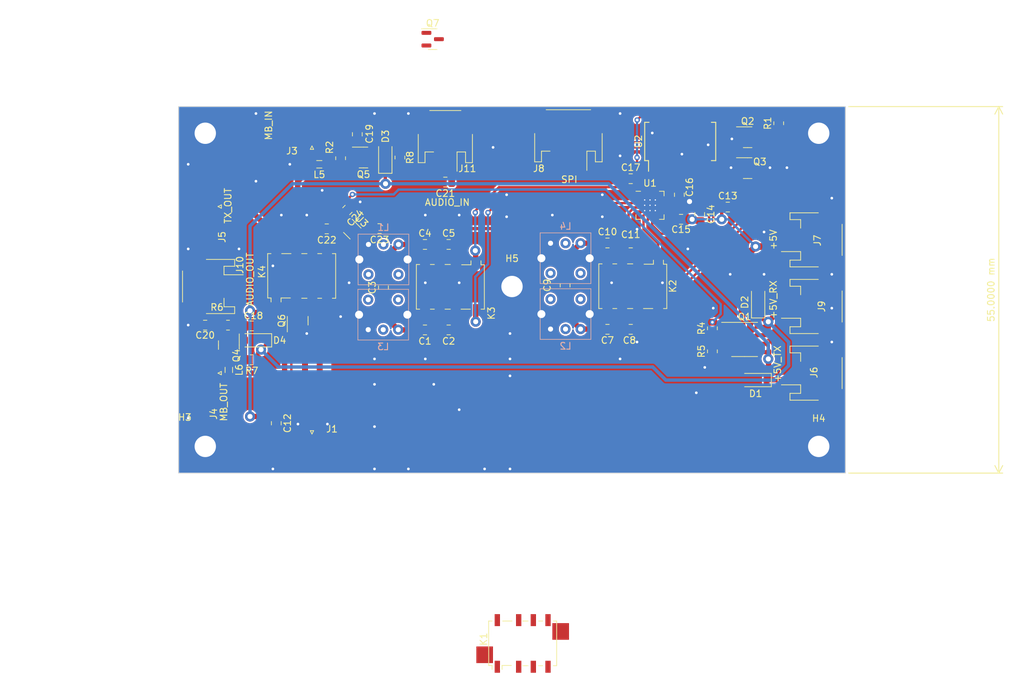
<source format=kicad_pcb>
(kicad_pcb (version 20221018) (generator pcbnew)
  (layers (0 "F.Cu" signal) (31 "B.Cu" signal) (34 "B.Paste" user) (35 "F.Paste" user) (36 "B.SilkS" user "B.Silkscreen") (37 "F.SilkS" user "F.Silkscreen") (38 "B.Mask" user) (39 "F.Mask" user) (44 "Edge.Cuts" user))
  (net 0 "")
  (net 1 "Net-(C1-Pad1)")
  (net 2 "Net-(C1-Pad2)")
  (net 3 "Earth")
  (net 4 "Net-(C3-Pad2)")
  (net 5 "Net-(C4-Pad2)")
  (net 6 "+5V_TX")
  (net 7 "Net-(C7-Pad1)")
  (net 8 "Net-(C7-Pad2)")
  (net 9 "Net-(C10-Pad1)")
  (net 10 "Net-(C10-Pad2)")
  (net 11 "+5V")
  (net 12 "Net-(U1-VCP)")
  (net 13 "Net-(U1-VINT)")
  (net 14 "Net-(U1-nSLEEP)")
  (net 15 "Net-(D4-A)")
  (net 16 "Net-(D3-A)")
  (net 17 "+5V_RX")
  (net 18 "/TX_OUT")
  (net 19 "/MB_IN")
  (net 20 "/MB_OUT")
  (net 21 "Net-(K1-Pad2)")
  (net 22 "Net-(Q1A-G1)")
  (net 23 "Net-(Q1B-G2)")
  (net 24 "Net-(Q2-G)")
  (net 25 "Net-(Q3-G)")
  (net 26 "Net-(Q4-D)")
  (net 27 "Net-(Q5-S)")
  (net 28 "/S10M")
  (net 29 "/BPF_IN")
  (net 30 "/R10M")
  (net 32 "Net-(C22-Pad1)")
  (net 33 "Net-(C22-Pad2)")
  (net 34 "Net-(C23-Pad2)")
  (net 35 "/S_10M")
  (net 36 "/S80M")
  (net 41 "SCL")
  (net 42 "SDA")
  (net 46 "Net-(K1-Pad3)")
  (net 52 "/ANT_RX_P")
  (net 53 "Net-(C23-Pad1)")
  (net 54 "/R80M")
  (net 55 "Net-(K1-Pad6)")
  (net 56 "/A_OUT")
  (net 57 "/A_IN")
  (net 59 "/R_10M")
  (net 60 "/R_80M")
  (net 61 "/S_80M")
  (net 62 "Net-(Q7-D)")
  (net 63 "PREAMP")
  (footprint "Package_TO_SOT_SMD:SOT-363_SC-70-6" (layer "F.Cu") (at 116.05 83.56 -45)
    (fp_text reference "U3")
    (fp_text value "BGA2866")
  )
  (footprint "Capacitor_SMD:C_0805_2012Metric" (layer "F.Cu") (at 126.945 98.516)
    (fp_text reference "C1")
    (fp_text value "180p")
  )
  (footprint "Connector_JST:JST_PH_S3B-PH-SM4-TB_1x03-1MP_P2.00mm_Horizontal" (layer "F.Cu") (at 148.463 69.977 180)
    (fp_text reference "J8")
    (fp_text value "SPI")
  )
  (footprint "Package_TO_SOT_SMD:SOT-23" (layer "F.Cu") (at 97.536 100.7895 -90)
    (fp_text reference "Q4")
    (fp_text value "BSS138")
  )
  (footprint "Capacitor_SMD:C_0805_2012Metric" (layer "F.Cu") (at 172.36 80.08)
    (fp_text reference "C13")
    (fp_text value "104")
  )
  (footprint "MountingHole:MountingHole_3.2mm_M3_Pad" (layer "F.Cu") (at 94 116)
    (fp_text reference "H3")
    (fp_text value "MH")
  )
  (footprint "Capacitor_SMD:C_0805_2012Metric" (layer "F.Cu") (at 130 76.327)
    (fp_text reference "C21")
    (fp_text value "103")
  )
  (footprint "Connector_JST:JST_PH_S2B-PH-SM4-TB_1x02-1MP_P2.00mm_Horizontal" (layer "F.Cu") (at 185 105 90)
    (fp_text reference "J6")
    (fp_text value "+5V_TX")
  )
  (footprint "Package_TO_SOT_SMD:SOT-23" (layer "F.Cu") (at 175.3385 74.234)
    (fp_text reference "Q3")
    (fp_text value "BSS138")
  )
  (footprint "MountingHole:MountingHole_3.2mm_M3_Pad" (layer "F.Cu") (at 186 116)
    (fp_text reference "H4")
    (fp_text value "MH")
  )
  (footprint "Package_TO_SOT_SMD:SOT-23" (layer "F.Cu") (at 117.729 72.644)
    (fp_text reference "Q5")
    (fp_text value "BSS138")
  )
  (footprint "Connector_JST:JST_PH_S2B-PH-SM4-TB_1x02-1MP_P2.00mm_Horizontal" (layer "F.Cu") (at 130 70.104 180)
    (fp_text reference "J11")
    (fp_text value "AUDIO_IN")
  )
  (footprint "Connector_JST:JST_PH_S2B-PH-SM4-TB_1x02-1MP_P2.00mm_Horizontal" (layer "F.Cu") (at 95.1 92 -90)
    (fp_text reference "J10")
    (fp_text value "AUDIO_OUT")
  )
  (footprint "Resistor_SMD:R_0805_2012Metric" (layer "F.Cu") (at 100.965 102.997)
    (fp_text reference "R7")
    (fp_text value "103")
  )
  (footprint "PhilsFootprintLibrary:Relay_DPDT_Omron_G6K-2F-RF" (layer "F.Cu") (at 108.458 90.424 90)
    (fp_text reference "K4")
    (fp_text value "G6K-2F-RF")
  )
  (footprint "Connector_Coaxial:SMA_Amphenol_132289_EdgeMount" (layer "F.Cu") (at 92.7 105 180)
    (fp_text reference "J4")
    (fp_text value "MB_OUT")
  )
  (footprint "Capacitor_SMD:C_0805_2012Metric" (layer "F.Cu") (at 130.501 85.689)
    (fp_text reference "C5")
    (fp_text value "820p")
  )
  (footprint "Capacitor_SMD:C_0805_2012Metric" (layer "F.Cu") (at 120.14 83.31 180)
    (fp_text reference "C23")
    (fp_text value "103")
  )
  (footprint "Capacitor_SMD:C_0805_2012Metric" (layer "F.Cu") (at 157.805 85.471)
    (fp_text reference "C11")
    (fp_text value "100p")
  )
  (footprint "Relay_SMD:Relay_DPDT_Omron_G6K-2F-Y" (layer "F.Cu") (at 158.115 91.948 -90)
    (fp_text reference "K2")
    (fp_text value "G6KU-2")
  )
  (footprint "Capacitor_SMD:C_0805_2012Metric" (layer "F.Cu") (at 112.22 83.35 180)
    (fp_text reference "C22")
    (fp_text value "103")
  )
  (footprint "Diode_SMD:D_SOD-123" (layer "F.Cu") (at 176.911 94.361 90)
    (fp_text reference "D2")
    (fp_text value "1N4148W")
  )
  (footprint "Diode_SMD:D_SOD-123" (layer "F.Cu") (at 176.53 106.045 180)
    (fp_text reference "D1")
    (fp_text value "1N4148W")
  )
  (footprint "Capacitor_SMD:C_0805_2012Metric" (layer "F.Cu") (at 126.945 85.689)
    (fp_text reference "C4")
    (fp_text value "180p")
  )
  (footprint "Connector_Coaxial:SMA_Amphenol_132289_EdgeMount" (layer "F.Cu") (at 110 67.7 90)
    (fp_text reference "J3")
    (fp_text value "MB_IN")
  )
  (footprint "Package_SO:SSOP-28_5.3x10.2mm_P0.65mm" (layer "F.Cu") (at 165.227 70.231 90)
    (fp_text reference "U2")
    (fp_text value "MCP23017_SS")
  )
  (footprint "Inductor_SMD:L_0805_2012Metric" (layer "F.Cu") (at 111.1 73.66 180)
    (fp_text reference "L5")
    (fp_text value "100uHn")
  )
  (footprint "Capacitor_SMD:C_0805_2012Metric" (layer "F.Cu") (at 168.148 81.153 -90)
    (fp_text reference "C14")
    (fp_text value "104")
  )
  (footprint "Capacitor_SMD:C_0805_2012Metric" (layer "F.Cu") (at 100.965 97.917)
    (fp_text reference "C18")
    (fp_text value "104")
  )
  (footprint "Capacitor_SMD:C_0805_2012Metric" (layer "F.Cu") (at 154.315 85.471)
    (fp_text reference "C10")
    (fp_text value "27p")
  )
  (footprint "Resistor_SMD:R_0805_2012Metric" (layer "F.Cu") (at 97.409 97.8)
    (fp_text reference "R6")
    (fp_text value "103")
  )
  (footprint "Capacitor_SMD:C_0805_2012Metric" (layer "F.Cu") (at 130.501 98.516)
    (fp_text reference "C2")
    (fp_text value "820p")
  )
  (footprint "MountingHole:MountingHole_3.2mm_M3_Pad" (layer "F.Cu") (at 140 92)
    (fp_text reference "H5")
    (fp_text value "MH")
  )
  (footprint "Capacitor_SMD:C_0805_2012Metric" (layer "F.Cu") (at 154.315 98.425)
    (fp_text reference "C7")
    (fp_text value "27p")
  )
  (footprint "Capacitor_SMD:C_0805_2012Metric" (layer "F.Cu") (at 157.805 98.425)
    (fp_text reference "C8")
    (fp_text value "100p")
  )
  (footprint "Connector_JST:JST_PH_S2B-PH-SM4-TB_1x02-1MP_P2.00mm_Horizontal" (layer "F.Cu") (at 185 95 90)
    (fp_text reference "J9")
    (fp_text value "+5V_RX")
  )
  (footprint "Capacitor_SMD:C_0805_2012Metric" (layer "F.Cu") (at 147.965 91.821 90)
    (fp_text reference "C9")
    (fp_text value "2.7p")
  )
  (footprint "Capacitor_SMD:C_0805_2012Metric" (layer "F.Cu") (at 115.316 80.518 -135)
    (fp_text reference "C24")
    (fp_text value "104")
  )
  (footprint "Package_TO_SOT_SMD:SOT-23" (layer "F.Cu") (at 128.1025 54.88)
    (fp_text reference "Q7")
    (fp_text value "BSS138")
  )
  (footprint "Capacitor_SMD:C_0805_2012Metric" (layer "F.Cu") (at 120.722 92.166 90)
    (fp_text reference "C3")
    (fp_text value "8p")
  )
  (footprint "Diode_SMD:D_SOD-123" (layer "F.Cu") (at 121 72.644 90)
    (fp_text reference "D3")
    (fp_text value "1N4148W")
  )
  (footprint "Capacitor_SMD:C_0805_2012Metric" (layer "F.Cu") (at 165.354 81.915)
    (fp_text reference "C15")
    (fp_text value "104")
  )
  (footprint "Relay_SMD:Relay_DPDT_Omron_G6K-2F-Y" (layer "F.Cu") (at 130.755 92.039 -90)
    (fp_text reference "K3")
    (fp_text value "G6KU-2")
  )
  (footprint "Resistor_SMD:R_0805_2012Metric" (layer "F.Cu") (at 123.19 72.644 90)
    (fp_text reference "R8")
    (fp_text value "103")
  )
  (footprint "Package_DFN_QFN:Texas_S-PWQFN-N16_EP2.1x2.1mm_ThermalVias" (layer "F.Cu") (at 160.6975 79.812)
    (fp_text reference "U1")
    (fp_text value "DRV8833RTY")
  )
  (footprint "Capacitor_SMD:C_0805_2012Metric" (layer "F.Cu") (at 157.8 75.819)
    (fp_text reference "C17")
    (fp_text value "104")
  )
  (footprint "Capacitor_SMD:C_0805_2012Metric" (layer "F.Cu") (at 104.648 112.522 -90)
    (fp_text reference "C12")
    (fp_text value "104")
  )
  (footprint "Connector_JST:JST_PH_S2B-PH-SM4-TB_1x02-1MP_P2.00mm_Horizontal" (layer "F.Cu") (at 185 85 90)
    (fp_text reference "J7")
    (fp_text value "+5V")
  )
  (footprint "MountingHole:MountingHole_3.2mm_M3_Pad" (layer "F.Cu") (at 186 69)
    (fp_text reference "H2" hide)
    (fp_text value "MH")
  )
  (footprint "Resistor_SMD:R_0805_2012Metric" (layer "F.Cu") (at 170.053 98.2745 -90)
    (fp_text reference "R4")
    (fp_text value "103")
  )
  (footprint "Connector_Coaxial:SMA_Amphenol_132289_EdgeMount" (layer "F.Cu") (at 92.7 80 180)
    (fp_text reference "J5")
    (fp_text value "TX_OUT")
  )
  (footprint "Package_SO:SOIC-8_3.9x4.9mm_P1.27mm" (layer "F.Cu") (at 174.879 99.949)
    (fp_text reference "Q1")
    (fp_text value "IRF7324")
  )
  (footprint "Resistor_SMD:R_0805_2012Metric" (layer "F.Cu") (at 170.053 101.727 -90)
    (fp_text reference "R5")
    (fp_text value "103")
  )
  (footprint "PhilsFootprintLibrary:Relay_DPDT_Omron_G6K-2F-RF" (layer "F.Cu") (at 141.6 145.57 90)
    (fp_text reference "K1")
    (fp_text value "G6K-2F-RF")
  )
  (footprint "Resistor_SMD:R_0805_2012Metric" (layer "F.Cu") (at 180 67.5 90)
    (fp_text reference "R1")
    (fp_text value "103")
  )
  (footprint "Capacitor_SMD:C_0805_2012Metric" (layer "F.Cu") (at 165.1 78.232 90)
    (fp_text reference "C16")
    (fp_text value "106")
  )
  (footprint "Package_TO_SOT_SMD:SOT-23" (layer "F.Cu") (at 107.86 97.137501 90)
    (fp_text reference "Q6")
    (fp_text value "BSS138")
  )
  (footprint "Connector_Coaxial:SMA_Amphenol_132289_EdgeMount" (layer "F.Cu") (at 110 117.348 -90)
    (fp_text reference "J1")
    (fp_text value "RX_IN")
  )
  (footprint "Resistor_SMD:R_0805_2012Metric" (layer "F.Cu") (at 114.3 72.7475 90)
    (fp_text reference "R2")
    (fp_text value "103")
  )
  (footprint "Inductor_SMD:L_0805_2012Metric" (layer "F.Cu") (at 97.536 104.521 -90)
    (fp_text reference "L6")
    (fp_text value "100uHn")
  )
  (footprint "MountingHole:MountingHole_3.2mm_M3_Pad" (layer "F.Cu") (at 94 69)
    (fp_text reference "H1" hide)
    (fp_text value "MH")
  )
  (footprint "Package_TO_SOT_SMD:SOT-23" (layer "F.Cu") (at 175.3385 69.596)
    (fp_text reference "Q2")
    (fp_text value "BSS138")
  )
  (footprint "Diode_SMD:D_SOD-123" (layer "F.Cu") (at 101.6 100.076 180)
    (fp_text reference "D4")
    (fp_text value "1N4148W")
  )
  (footprint "Capacitor_SMD:C_0805_2012Metric" (layer "F.Cu") (at 116.8 69.154 90)
    (fp_text reference "C19")
    (fp_text value "104")
  )
  (footprint "Capacitor_SMD:C_0805_2012Metric" (layer "F.Cu") (at 93.98 97.8 180)
    (fp_text reference "C20")
    (fp_text value "103")
  )
  (footprint "PhilsFootprintLibrary:L_Coilcraft_Slot7_1_3" (layer "B.Cu") (at 120.722 87.939 180)
    (fp_text reference "L1")
    (fp_text value "10uHn")
  )
  (footprint "PhilsFootprintLibrary:L_Coilcraft_Slot7_1_3" (layer "B.Cu") (at 120.686 96.23)
    (fp_text reference "L3")
    (fp_text value "10uHn")
  )
  (footprint "PhilsFootprintLibrary:L_Coilcraft_Slot7_1_3" (layer "B.Cu") (at 148.028 96.139)
    (fp_text reference "L2")
    (fp_text value "1uHn")
  )
  (footprint "PhilsFootprintLibrary:L_Coilcraft_Slot7_1_3" (layer "B.Cu") (at 148.028 87.757 180)
    (fp_text reference "L4")
    (fp_text value "1uHn")
  )
  (gr_line (start 190 120) (end 90 120) (stroke (width 0.1)) (layer "Edge.Cuts"))
  (gr_line locked (start 90 65) (end 190 65) (stroke (width 0.1)) (layer "Edge.Cuts"))
  (gr_line (start 190 65) (end 190 120) (stroke (width 0.1)) (layer "Edge.Cuts"))
  (gr_line (start 90 120) (end 90 65) (stroke (width 0.1)) (layer "Edge.Cuts"))
  (dimension (type aligned) (layer "F.SilkS") (pts (xy 190 65) (xy 190 120)) (height -23) (gr_text "55.0000 mm" (at 211.85 92.5 90) (layer "F.SilkS") (effects (font (size 1 1) (thickness 0.15)))) (format (prefix "") (suffix "") (units 3) (units_format 1) (precision 4)) (style (thickness 0.15) (arrow_length 1.27) (text_position_mode 0) (extension_height 0.58642) (extension_offset 0.5) keep_text_aligned))
  (segment (start 125.995 98.516) (end 122.972 98.516) (width 0.8) (layer "F.Cu") (net 1))
  (segment (start 122.972 98.516) (end 122.936 98.48) (width 0.8) (layer "F.Cu") (net 1))
  (segment (start 120.722 96.266) (end 120.722 93.116) (width 0.8) (layer "F.Cu") (net 1))
  (segment (start 122.936 98.48) (end 120.722 96.266) (width 0.8) (layer "F.Cu") (net 1))
  (segment (start 129.155 95.539) (end 129.155 98.12) (width 0.8) (layer "F.Cu") (net 2))
  (segment (start 129.155 98.12) (end 129.551 98.516) (width 0.8) (layer "F.Cu") (net 2))
  (segment (start 127.895 98.516) (end 129.551 98.516) (width 0.8) (layer "F.Cu") (net 2))
  (segment (start 158.755 85.471) (end 158.755 98.425) (width 0.8) (layer "F.Cu") (net 3))
  (segment (start 159.7225 78.837) (end 159.8975 79.012) (width 0.35) (layer "F.Cu") (net 3))
  (segment (start 164.795 79.487) (end 164.973 79.309) (width 0.35) (layer "F.Cu") (net 3))
  (segment (start 158.835 80.787) (end 159.7225 80.787) (width 0.35) (layer "F.Cu") (net 3))
  (segment (start 161.0225 79.487) (end 160.6975 79.812) (width 0.35) (layer "F.Cu") (net 3))
  (segment (start 166.558 79.182) (end 166.624 79.248) (width 0.35) (layer "F.Cu") (net 3))
  (segment (start 162.56 79.487) (end 161.0225 79.487) (width 0.35) (layer "F.Cu") (net 3))
  (segment (start 158.835 78.837) (end 159.7225 78.837) (width 0.35) (layer "F.Cu") (net 3))
  (segment (start 159.7225 80.787) (end 159.8975 80.612) (width 0.35) (layer "F.Cu") (net 3))
  (segment (start 165.1 79.182) (end 166.558 79.182) (width 0.35) (layer "F.Cu") (net 3))
  (via (at 135.89 119.38) (size 0.8) (drill 0.4) (layers "F.Cu" "B.Cu") (net 3))
  (via (at 187.96 100.33) (size 0.8) (drill 0.4) (layers "F.Cu" "B.Cu") (net 3))
  (via (at 172.847 74.168) (size 0.8) (drill 0.4) (layers "F.Cu" "B.Cu") (net 3))
  (via (at 104.14 88.9) (size 0.8) (drill 0.4) (layers "F.Cu" "B.Cu") (net 3))
  (via (at 154.94 91.44) (size 0.8) (drill 0.4) (layers "F.Cu" "B.Cu") (net 3))
  (via (at 177.8 90.17) (size 0.8) (drill 0.4) (layers "F.Cu" "B.Cu") (net 3))
  (via (at 139.7 102.87) (size 0.8) (drill 0.4) (layers "F.Cu" "B.Cu") (net 3))
  (via (at 105.41 81.28) (size 0.8) (drill 0.4) (layers "F.Cu" "B.Cu") (net 3))
  (via (at 119.38 113.03) (size 0.8) (drill 0.4) (layers "F.Cu" "B.Cu") (net 3))
  (via (at 156.21 102.87) (size 0.8) (drill 0.4) (layers "F.Cu" "B.Cu") (net 3))
  (via (at 161.036 68.961) (size 0.8) (drill 0.4) (layers "F.Cu" "B.Cu") (net 3))
  (via (at 109.22 81.28) (size 0.8) (drill 0.4) (layers "F.Cu" "B.Cu") (net 3))
  (via (at 132.08 91.44) (size 0.8) (drill 0.4) (layers "F.Cu" "B.Cu") (net 3))
  (via (at 124.46 66.04) (size 0.8) (drill 0.4) (layers "F.Cu" "B.Cu") (net 3))
  (via (at 177.8 83.82) (size 0.8) (drill 0.4) (layers "F.Cu" "B.Cu") (net 3))
  (via (at 132.08 110.49) (size 0.8) (drill 0.4) (layers "F.Cu" "B.Cu") (net 3))
  (via (at 124.46 119.38) (size 0.8) (drill 0.4) (layers "F.Cu" "B.Cu") (net 3))
  (via (at 181.229 74.168) (size 0.8) (drill 0.4) (layers "F.Cu" "B.Cu") (net 3))
  (via (at 132.08 81.28) (size 0.8) (drill 0.4) (layers "F.Cu" "B.Cu") (net 3))
  (via (at 139.7 119.38) (size 0.8) (drill 0.4) (layers "F.Cu" "B.Cu") (net 3))
  (via (at 139.192 78.232) (size 0.8) (drill 0.4) (layers "F.Cu" "B.Cu") (net 3))
  (via (at 91.44 97.79) (size 0.8) (drill 0.4) (layers "F.Cu" "B.Cu") (net 3))
  (via (at 172.974 69.85) (size 0.8) (drill 0.4) (layers "F.Cu" "B.Cu") (net 3))
  (via (at 166.37 86.36) (size 0.8) (drill 0.4) (layers "F.Cu" "B.Cu") (net 3))
  (via (at 187.96 95.25) (size 0.8) (drill 0.4) (layers "F.Cu" "B.Cu") (net 3))
  (via (at 128.27 106.68) (size 0.8) (drill 0.4) (layers "F.Cu" "B.Cu") (net 3))
  (via (at 139.7 105.41) (size 0.8) (drill 0.4) (layers "F.Cu" "B.Cu") (net 3))
  (via (at 117.23 79.3) (size 0.8) (drill 0.4) (layers "F.Cu" "B.Cu") (net 3))
  (via (at 153.543 81.534) (size 0.8) (drill 0.4) (layers "F.Cu" "B.Cu") (net 3))
  (via (at 109.22 99.06) (size 0.8) (drill 0.4) (layers "F.Cu" "B.Cu") (net 3))
  (via (at 139.192 81.534) (size 0.8) (drill 0.4) (layers "F.Cu" "B.Cu") (net 3))
  (via (at 137.16 71.12) (size 0.8) (drill 0.4) (layers "F.Cu" "B.Cu") (net 3))
  (via (at 146.05 81.28) (size 0.8) (drill 0.4) (layers "F.Cu" "B.Cu") (net 3))
  (via (at 187.96 90.17) (size 0.8) (drill 0.4) (layers "F.Cu" "B.Cu") (net 3))
  (via (at 166.624 79.248) (size 1.524) (drill 0.762) (layers "F.Cu" "B.Cu") (net 3))
  (via (at 170.18 95.25) (size 0.8) (drill 0.4) (layers "F.Cu" "B.Cu") (net 3))
  (via (at 91.44 86.36) (size 0.8) (drill 0.4) (layers "F.Cu" "B.Cu") (net 3))
  (via (at 187.96 78.74) (size 0.8) (drill 0.4) (layers "F.Cu" "B.Cu") (net 3))
  (via (at 91.44 111.76) (size 0.8) (drill 0.4) (layers "F.Cu" "B.Cu") (net 3))
  (via (at 115.57 91.44) (size 0.8) (drill 0.4) (layers "F.Cu" "B.Cu") (net 3))
  (via (at 127 81.28) (size 0.8) (drill 0.4) (layers "F.Cu" "B.Cu") (net 3))
  (via (at 127 91.44) (size 0.8) (drill 0.4) (layers "F.Cu" "B.Cu") (net 3))
  (via (at 119.38 106.68) (size 0.8) (drill 0.4) (layers "F.Cu" "B.Cu") (net 3))
  (via (at 178.689 74.168) (size 0.8) (drill 0.4) (layers "F.Cu" "B.Cu") (net 3))
  (via (at 158.7495 83.4) (size 0.8) (drill 0.4) (layers "F.Cu" "B.Cu") (net 3))
  (via (at 162.56 91.44) (size 0.8) (drill 0.4) (layers "F.Cu" "B.Cu") (net 3))
  (via (at 119.38 102.87) (size 0.8) (drill 0.4) (layers "F.Cu" "B.Cu") (net 3))
  (via (at 104.14 119.38) (size 0.8) (drill 0.4) (layers "F.Cu" "B.Cu") (net 3))
  (via (at 156.21 72.39) (size 0.8) (drill 0.4) (layers "F.Cu" "B.Cu") (net 3))
  (via (at 107.8992 112.649) (size 0.8) (drill 0.4) (layers "F.Cu" "B.Cu") (net 3))
  (via (at 101.6 66.04) (size 0.8) (drill 0.4) (layers "F.Cu" "B.Cu") (net 3))
  (via (at 139.7 99.06) (size 0.8) (drill 0.4) (layers "F.Cu" "B.Cu") (net 3))
  (via (at 106.68 73.66) (size 0.8) (drill 0.4) (layers "F.Cu" "B.Cu") (net 3))
  (via (at 111.53 77.57) (size 0.8) (drill 0.4) (layers "F.Cu" "B.Cu") (net 3))
  (via (at 112.3188 112.649) (size 0.8) (drill 0.4) (layers "F.Cu" "B.Cu") (net 3))
  (via (at 158.75 100.33) (size 0.8) (drill 0.4) (layers "F.Cu" "B.Cu") (net 3))
  (via (at 101.6 76.2) (size 0.8) (drill 0.4) (layers "F.Cu" "B.Cu") (net 3))
  (via (at 156.21 66.04) (size 0.8) (drill 0.4) (layers "F.Cu" "B.Cu") (net 3))
  (via (at 119.38 119.38) (size 0.8) (drill 0.4) (layers "F.Cu" "B.Cu") (net 3))
  (via (at 119.38 66.04) (size 0.8) (drill 0.4) (layers "F.Cu" "B.Cu") (net 3))
  (via (at 169.418 70.739) (size 0.8) (drill 0.4) (layers "F.Cu" "B.Cu") (net 3))
  (via (at 168.91 104.14) (size 0.8) (drill 0.4) (layers "F.Cu" "B.Cu") (net 3))
  (via (at 99.06 86.36) (size 0.8) (drill 0.4) (layers "F.Cu" "B.Cu") (net 3))
  (via (at 165.481 72.136) (size 0.8) (drill 0.4) (layers "F.Cu" "B.Cu") (net 3))
  (via (at 153.543 78.232) (size 0.8) (drill 0.4) (layers "F.Cu" "B.Cu") (net 3))
  (via (at 127 102.87) (size 0.8) (drill 0.4) (layers "F.Cu" "B.Cu") (net 3))
  (via (at 167.64 107.95) (size 0.8) (drill 0.4) (layers "F.Cu" "B.Cu") (net 3))
  (via (at 91.44 73.66) (size 0.8) (drill 0.4) (layers "F.Cu" "B.Cu") (net 3))
  (via (at 114.3 96.52) (size 0.8) (drill 0.4) (layers "F.Cu" "B.Cu") (net 3))
  (via (at 172.72 90.17) (size 0.8) (drill 0.4) (layers "F.Cu" "B.Cu") (net 3))
  (segment (start 122.972 85.689) (end 120.722 87.939) (width 0.8) (layer "F.Cu") (net 4))
  (segment (start 120.722 87.939) (end 120.722 91.216) (width 0.8) (layer "F.Cu") (net 4))
  (segment (start 125.995 85.689) (end 122.972 85.689) (width 0.8) (layer "F.Cu") (net 4))
  (segment (start 129.155 88.539) (end 129.155 86.085) (width 0.8) (layer "F.Cu") (net 5))
  (segment (start 127.895 85.689) (end 129.551 85.689) (width 0.8) (layer "F.Cu") (net 5))
  (segment (start 129.155 86.085) (end 129.551 85.689) (width 0.8) (layer "F.Cu") (net 5))
  (segment (start 121.7375 73.5565) (end 121 74.294) (width 0.35) (layer "F.Cu") (net 6))
  (segment (start 106.91 107.166) (end 104.658 109.418) (width 0.35) (layer "F.Cu") (net 6))
  (segment (start 102.235 111.507) (end 104.583 111.507) (width 0.8) (layer "F.Cu") (net 6))
  (segment (start 182.15 106) (end 178.897 106) (width 0.8) (layer "F.Cu") (net 6))
  (segment (start 123.19 73.5565) (end 121.7375 73.5565) (width 0.35) (layer "F.Cu") (net 6))
  (segment (start 102.235 111.507) (end 100.712 111.507) (width 0.8) (layer "F.Cu") (net 6))
  (segment (start 104.658 95.631) (end 104.658 93.924) (width 0.8) (layer "F.Cu") (net 6))
  (segment (start 100.712 111.507) (end 100.711 111.506) (width 0.8) (layer "F.Cu") (net 6))
  (segment (start 178.435 101.665) (end 178.475 101.705) (width 0.5) (layer "F.Cu") (net 6))
  (segment (start 178.435 100.965) (end 178.435 101.665) (width 0.5) (layer "F.Cu") (net 6))
  (segment (start 100.98 95.9) (end 104.389 95.9) (width 0.8) (layer "F.Cu") (net 6))
  (segment (start 106.91 98.075001) (end 106.91 107.166) (width 0.35) (layer "F.Cu") (net 6))
  (segment (start 104.658 109.418) (end 104.658 111.562) (width 0.8) (layer "F.Cu") (net 6))
  (segment (start 104.583 111.507) (end 104.648 111.572) (width 0.8) (layer "F.Cu") (net 6))
  (segment (start 104.658 111.562) (end 104.648 111.572) (width 0.5) (layer "F.Cu") (net 6))
  (segment (start 100.711 95.631) (end 100.98 95.9) (width 0.8) (layer "F.Cu") (net 6))
  (segment (start 121 76.55) (end 121.031 76.581) (width 0.5) (layer "F.Cu") (net 6))
  (segment (start 178.054 100.584) (end 178.435 100.965) (width 0.5) (layer "F.Cu") (net 6))
  (segment (start 178.897 106) (end 178.475 105.578) (width 0.8) (layer "F.Cu") (net 6))
  (segment (start 178.475 105.578) (end 178.475 101.705) (width 0.8) (layer "F.Cu") (net 6))
  (segment (start 121 74.294) (end 121 76.55) (width 0.5) (layer "F.Cu") (net 6))
  (segment (start 177.354 100.584) (end 178.054 100.584) (width 0.5) (layer "F.Cu") (net 6))
  (segment (start 104.389 95.9) (end 104.658 95.631) (width 0.8) (layer "F.Cu") (net 6))
  (via (at 121.031 76.581) (size 1.524) (drill 0.762) (layers "F.Cu" "B.Cu") (net 6))
  (via (at 100.711 111.506) (size 1.524) (drill 0.762) (layers "F.Cu" "B.Cu") (net 6))
  (via (at 178.435 102.87) (size 1.524) (drill 0.762) (layers "F.Cu" "B.Cu") (net 6))
  (via (at 100.711 95.631) (size 1.524) (drill 0.762) (layers "F.Cu" "B.Cu") (net 6))
  (segment (start 121.031 76.581) (end 154.4665 76.581) (width 0.5) (layer "B.Cu") (net 6))
  (segment (start 107.061 76.581) (end 100.711 82.931) (width 0.5) (layer "B.Cu") (net 6))
  (segment (start 154.4665 76.581) (end 178.435 100.5495) (width 0.5) (layer "B.Cu") (net 6))
  (segment (start 100.711 111.506) (end 100.711 95.631) (width 0.5) (layer "B.Cu") (net 6))
  (segment (start 100.711 82.931) (end 100.711 95.631) (width 0.5) (layer "B.Cu") (net 6))
  (segment (start 178.435 100.5495) (end 178.435 102.87) (width 0.5) (layer "B.Cu") (net 6))
  (segment (start 121.031 76.581) (end 107.061 76.581) (width 0.5) (layer "B.Cu") (net 6))
  (segment (start 150.278 98.389) (end 153.329 98.389) (width 0.8) (layer "F.Cu") (net 7))
  (segment (start 147.965 96.076) (end 150.278 98.389) (width 0.8) (layer "F.Cu") (net 7))
  (segment (start 147.965 92.771) (end 147.965 96.076) (width 0.8) (layer "F.Cu") (net 7))
  (segment (start 153.329 98.389) (end 153.365 98.425) (width 0.8) (layer "F.Cu") (net 7))
  (segment (start 155.265 98.425) (end 156.855 98.425) (width 0.8) (layer "F.Cu") (net 8))
  (segment (start 156.515 95.448) (end 156.515 98.085) (width 0.8) (layer "F.Cu") (net 8))
  (segment (start 156.515 98.085) (end 156.855 98.425) (width 0.8) (layer "F.Cu") (net 8))
  (segment (start 150.278 85.507) (end 153.329 85.507) (width 0.8) (layer "F.Cu") (net 9))
  (segment (start 147.965 90.871) (end 147.965 87.82) (width 0.8) (layer "F.Cu") (net 9))
  (segment (start 147.965 87.82) (end 150.278 85.507) (width 0.8) (layer "F.Cu") (net 9))
  (segment (start 153.329 85.507) (end 153.365 85.471) (width 0.8) (layer "F.Cu") (net 9))
  (segment (start 156.515 85.811) (end 156.855 85.471) (width 0.8) (layer "F.Cu") (net 10))
  (segment (start 155.265 85.471) (end 156.855 85.471) (width 0.8) (layer "F.Cu") (net 10))
  (segment (start 156.515 88.448) (end 156.515 85.811) (width 0.8) (layer "F.Cu") (net 10))
  (segment (start 166.874 75.307) (end 171.45 79.883) (width 0.35) (layer "F.Cu") (net 11))
  (segment (start 166.304 81.214) (end 166.304 81.915) (width 0.35) (layer "F.Cu") (net 11))
  (segment (start 115.837868 82.428629) (end 113.9952 80.585961) (width 0.35) (layer "F.Cu") (net 11))
  (segment (start 173.482 100.584) (end 174.371 99.695) (width 0.5) (layer "F.Cu") (net 11))
  (segment (start 180.467 68.3495) (end 180.025 68.7915) (width 0.35) (layer "F.Cu") (net 11))
  (segment (start 174.371 98.095) (end 174.498 97.968) (width 1) (layer "F.Cu") (net 11))
  (segment (start 174.371 98.095) (end 172.771 98.095) (width 0.5) (layer "F.Cu") (net 11))
  (segment (start 172.404 100.584) (end 170.2835 100.584) (width 0.5) (layer "F.Cu") (net 11))
  (segment (start 180.025 68.7915) (end 180.025 85.68) (width 0.35) (layer "F.Cu") (net 11))
  (segment (start 166.202 73.831) (end 166.202 75.056) (width 0.35) (layer "F.Cu") (net 11))
  (segment (start 174.498 97.968) (end 174.498 88.032) (width 1) (layer "F.Cu") (net 11))
  (segment (start 170.2835 100.584) (end 170.053 100.8145) (width 0.5) (layer "F.Cu") (net 11))
  (segment (start 180.025 85.68) (end 179.705 86) (width 0.35) (layer "F.Cu") (net 11))
  (segment (start 174.498 88.032) (end 176.53 86) (width 1) (layer "F.Cu") (net 11))
  (segment (start 166.202 75.056) (end 166.453 75.307) (width 0.35) (layer "F.Cu") (net 11))
  (segment (start 162.56 80.137) (end 165.227 80.137) (width 0.35) (layer "F.Cu") (net 11))
  (segment (start 165.227 80.137) (end 166.304 81.214) (width 0.35) (layer "F.Cu") (net 11))
  (segment (start 171.45 79.883) (end 171.45 81.915) (width 0.5) (layer "F.Cu") (net 11))
  (segment (start 172.038 97.362) (end 170.053 97.362) (width 0.5) (layer "F.Cu") (net 11))
  (segment (start 113.9952 80.585961) (end 113.9952 80.2548) (width 0.35) (layer "F.Cu") (net 11))
  (segment (start 166.453 75.307) (end 166.874 75.307) (width 0.35) (layer "F.Cu") (net 11))
  (segment (start 174.549 97.917) (end 174.371 98.095) (width 0.5) (layer "F.Cu") (net 11))
  (segment (start 174.371 99.695) (end 174.371 98.095) (width 0.5) (layer "F.Cu") (net 11))
  (segment (start 179.705 86) (end 176.53 86) (width 1) (layer "F.Cu") (net 11))
  (segment (start 172.404 100.584) (end 173.482 100.584) (width 0.5) (layer "F.Cu") (net 11))
  (segment (start 172.771 98.095) (end 172.038 97.362) (width 0.5) (layer "F.Cu") (net 11))
  (segment (start 182.15 86) (end 179.705 86) (width 1) (layer "F.Cu") (net 11))
  (segment (start 113.9952 80.2548) (end 116.07 78.18) (width 0.35) (layer "F.Cu") (net 11))
  (via (at 171.45 81.915) (size 1.524) (drill 0.762) (layers "F.Cu" "B.Cu") (net 11))
  (via (at 167.0115 81.915) (size 1.524) (drill 0.762) (layers "F.Cu" "B.Cu") (net 11))
  (via (at 116.07 78.18) (size 0.8) (drill 0.4) (layers "F.Cu" "B.Cu") (net 11))
  (via (at 170.053 97.362) (size 0.8) (drill 0.4) (layers "F.Cu" "B.Cu") (net 11))
  (via (at 176.53 86) (size 1.524) (drill 0.762) (layers "F.Cu" "B.Cu") (net 11))
  (segment (start 116.07 78.18) (end 122.26 78.18) (width 0.35) (layer "B.Cu") (net 11))
  (segment (start 172.445 81.915) (end 176.53 86) (width 0.35) (layer "B.Cu") (net 11))
  (segment (start 171.45 81.915) (end 172.445 81.915) (width 0.35) (layer "B.Cu") (net 11))
  (segment (start 154.097 77.457) (end 171.3 94.66) (width 0.35) (layer "B.Cu") (net 11))
  (segment (start 171.45 81.915) (end 167.0115 81.915) (width 0.35) (layer "B.Cu") (net 11))
  (segment (start 122.26 78.18) (end 122.983 77.457) (width 0.35) (layer "B.Cu") (net 11))
  (segment (start 122.983 77.457) (end 154.097 77.457) (width 0.35) (layer "B.Cu") (net 11))
  (segment (start 171.3 96.115) (end 170.053 97.362) (width 0.35) (layer "B.Cu") (net 11))
  (segment (start 171.3 94.66) (end 171.3 96.115) (width 0.35) (layer "B.Cu") (net 11))
  (segment (start 164.099 80.787) (end 164.404 81.092) (width 0.35) (layer "F.Cu") (net 12))
  (segment (start 164.404 81.092) (end 164.404 81.915) (width 0.35) (layer "F.Cu") (net 12))
  (segment (start 162.56 80.787) (end 164.099 80.787) (width 0.35) (layer "F.Cu") (net 12))
  (segment (start 162.56 78.837) (end 163.545 78.837) (width 0.35) (layer "F.Cu") (net 13))
  (segment (start 163.545 78.837) (end 164.973 77.409) (width 0.35) (layer "F.Cu") (net 13))
  (segment (start 167.502 66.631) (end 167.502 65.406) (width 0.35) (layer "F.Cu") (net 14))
  (segment (start 179.3235 65.381) (end 180.467 66.5245) (width 0.35) (layer "F.Cu") (net 14))
  (segment (start 167.477 65.381) (end 160.402 65.381) (width 0.35) (layer "F.Cu") (net 14))
  (segment (start 167.502 65.406) (end 167.477 65.381) (width 0.35) (layer "F.Cu") (net 14))
  (segment (start 160.3725 77.9495) (end 160.3725 75.9175) (width 0.35) (layer "F.Cu") (net 14))
  (segment (start 160.402 65.381) (end 158.7735 67.0095) (width 0.35) (layer "F.Cu") (net 14))
  (segment (start 160.274 75.819) (end 158.75 75.819) (width 0.35) (layer "F.Cu") (net 14))
  (segment (start 160.3725 75.9175) (end 160.274 75.819) (width 0.35) (layer "F.Cu") (net 14))
  (segment (start 158.75 75.819) (end 158.75 72.644) (width 0.35) (layer "F.Cu") (net 14))
  (segment (start 167.477 65.381) (end 179.3235 65.381) (width 0.35) (layer "F.Cu") (net 14))
  (via (at 158.75 72.644) (size 0.8) (drill 0.4) (layers "F.Cu" "B.Cu") (net 14))
  (via (at 158.7735 67.0095) (size 0.8) (drill 0.4) (layers "F.Cu" "B.Cu") (net 14))
  (segment (start 158.75 72.644) (end 158.75 67.033) (width 0.35) (layer "B.Cu") (net 14))
  (segment (start 158.75 67.033) (end 158.7735 67.0095) (width 0.35) (layer "B.Cu") (net 14))
  (segment (start 99.95 100.076) (end 98.71 100.076) (width 0.5) (layer "F.Cu") (net 15))
  (segment (start 100.015 102.9595) (end 100.0525 102.997) (width 0.5) (layer "F.Cu") (net 15))
  (segment (start 100.015 97.917) (end 100.015 102.9595) (width 0.5) (layer "F.Cu") (net 15))
  (segment (start 98.71 100.076) (end 98.486 99.852) (width 0.5) (layer "F.Cu") (net 15))
  (segment (start 116.8 70.104) (end 116.8 71.6855) (width 0.5) (layer "F.Cu") (net 16))
  (segment (start 121 70.994) (end 120.11 70.104) (width 0.5) (layer "F.Cu") (net 16))
  (segment (start 116.8 71.6855) (end 116.7915 71.694) (width 0.5) (layer "F.Cu") (net 16))
  (segment (start 121.7375 71.7315) (end 121 70.994) (width 0.5) (layer "F.Cu") (net 16))
  (segment (start 120.11 70.104) (end 116.8 70.104) (width 0.5) (layer "F.Cu") (net 16))
  (segment (start 123.19 71.7315) (end 121.7375 71.7315) (width 0.5) (layer "F.Cu") (net 16))
  (segment (start 103.25 100.076) (end 103.25 100.585) (width 0.5) (layer "F.Cu") (net 17))
  (segment (start 178.435 98.233) (end 178.435 97.535) (width 0.8) (layer "F.Cu") (net 17))
  (segment (start 178.308 99.314) (end 178.435 99.187) (width 0.5) (layer "F.Cu") (net 17))
  (segment (start 178.435 99.187) (end 178.435 97.282) (width 0.5) (layer "F.Cu") (net 17))
  (segment (start 177.354 99.314) (end 178.308 99.314) (width 0.5) (layer "F.Cu") (net 17))
  (segment (start 178.435 97.535) (end 176.911 96.011) (width 0.8) (layer "F.Cu") (net 17))
  (segment (start 101.8775 102.997) (end 101.8775 101.9575) (width 0.5) (layer "F.Cu") (net 17))
  (segment (start 179.717 96) (end 182.15 96) (width 0.8) (layer "F.Cu") (net 17))
  (segment (start 101.8775 101.9575) (end 102.362 101.473) (width 0.5) (layer "F.Cu") (net 17))
  (segment (start 178.435 97.282) (end 179.717 96) (width 0.8) (layer "F.Cu") (net 17))
  (segment (start 103.25 100.585) (end 102.362 101.473) (width 0.5) (layer "F.Cu") (net 17))
  (via (at 178.435 97.282) (size 1.524) (drill 0.762) (layers "F.Cu" "B.Cu") (net 17))
  (via (at 102.362 101.473) (size 1.524) (drill 0.762) (layers "F.Cu" "B.Cu") (net 17))
  (segment (start 161.105 104.082) (end 163.068 106.045) (width 0.5) (layer "B.Cu") (net 17))
  (segment (start 104.971 104.082) (end 161.105 104.082) (width 0.5) (layer "B.Cu") (net 17))
  (segment (start 181.483 100.33) (end 178.435 97.282) (width 0.5) (layer "B.Cu") (net 17))
  (segment (start 181.483 103.886) (end 181.483 100.33) (width 0.5) (layer "B.Cu") (net 17))
  (segment (start 102.362 101.473) (end 104.971 104.082) (width 0.5) (layer "B.Cu") (net 17))
  (segment (start 163.068 106.045) (end 179.324 106.045) (width 0.5) (layer "B.Cu") (net 17))
  (segment (start 179.324 106.045) (end 181.483 103.886) (width 0.5) (layer "B.Cu") (net 17))
  (segment (start 111.506 89.154) (end 106.1 89.154) (width 0.8) (layer "F.Cu") (net 18))
  (segment (start 106.1 85.866) (end 100.234 80) (width 0.8) (layer "F.Cu") (net 18))
  (segment (start 100.234 80) (end 92.7 80) (width 0.8) (layer "F.Cu") (net 18))
  (segment (start 106.1 89.154) (end 106.1 85.866) (width 0.8) (layer "F.Cu") (net 18))
  (segment (start 112.258 88.382) (end 112.268 88.392) (width 0.8) (layer "F.Cu") (net 18))
  (segment (start 112.258 86.924) (end 112.258 88.382) (width 0.8) (layer "F.Cu") (net 18))
  (segment (start 112.268 88.392) (end 111.506 89.154) (width 0.8) (layer "F.Cu") (net 18))
  (segment (start 107.858 86.924) (end 107.858 76.242) (width 0.8) (layer "F.Cu") (net 19))
  (segment (start 107.858 76.242) (end 110 74.1) (width 0.8) (layer "F.Cu") (net 19))
  (segment (start 110 74.1) (end 110 67.7) (width 0.8) (layer "F.Cu") (net 19))
  (segment (start 105.675 105) (end 99.949 105) (width 0.8) (layer "F.Cu") (net 20))
  (segment (start 95.983 105) (end 92.7 105) (width 0.8) (layer "F.Cu") (net 20))
  (segment (start 105.9 92.075) (end 105.9 104.775) (width 0.8) (layer "F.Cu") (net 20))
  (segment (start 99.949 105) (end 99.3655 105.5835) (width 0.8) (layer "F.Cu") (net 20))
  (segment (start 105.9 104.775) (end 105.675 105) (width 0.8) (layer "F.Cu") (net 20))
  (segment (start 111.887 92.075) (end 105.9 92.075) (width 0.8) (layer "F.Cu") (net 20))
  (segment (start 112.258 93.924) (end 112.258 92.446) (width 0.8) (layer "F.Cu") (net 20))
  (segment (start 112.258 92.446) (end 111.887 92.075) (width 0.8) (layer "F.Cu") (net 20))
  (segment (start 99.3655 105.5835) (end 96.5665 105.5835) (width 0.8) (layer "F.Cu") (net 20))
  (segment (start 96.5665 105.5835) (end 95.983 105) (width 0.8) (layer "F.Cu") (net 20))
  (segment (start 166.751 97.651) (end 168.287 99.187) (width 0.35) (layer "F.Cu") (net 22))
  (segment (start 168.287 99.187) (end 169.926 99.187) (width 0.35) (layer "F.Cu") (net 22))
  (segment (start 166.751 90.932) (end 166.751 97.651) (width 0.35) (layer "F.Cu") (net 22))
  (segment (start 170.18 99.314) (end 170.053 99.187) (width 0.5) (layer "F.Cu") (net 22))
  (segment (start 177.3885 70.0735) (end 177.3885 80.2945) (width 0.35) (layer "F.Cu") (net 22))
  (segment (start 177.3885 80.2945) (end 166.751 90.932) (width 0.35) (layer "F.Cu") (net 22))
  (segment (start 176.276 69.596) (end 176.911 69.596) (width 0.35) (layer "F.Cu") (net 22))
  (segment (start 172.404 99.314) (end 170.18 99.314) (width 0.5) (layer "F.Cu") (net 22))
  (segment (start 176.911 69.596) (end 177.3885 70.0735) (width 0.35) (layer "F.Cu") (net 22))
  (segment (start 171.831 102.616) (end 170.0765 102.616) (width 0.5) (layer "F.Cu") (net 23))
  (segment (start 165.989 90.424) (end 165.989 98.933) (width 0.35) (layer "F.Cu") (net 23))
  (segment (start 172.404 102.043) (end 171.831 102.616) (width 0.5) (layer "F.Cu") (net 23))
  (segment (start 172.404 101.854) (end 172.404 102.043) (width 0.5) (layer "F.Cu") (net 23))
  (segment (start 176.657 79.756) (end 165.989 90.424) (width 0.35) (layer "F.Cu") (net 23))
  (segment (start 176.657 74.615) (end 176.657 79.756) (width 0.35) (layer "F.Cu") (net 23))
  (segment (start 176.276 74.234) (end 176.657 74.615) (width 0.35) (layer "F.Cu") (net 23))
  (segment (start 170.0765 102.616) (end 170.053 102.6395) (width 0.5) (layer "F.Cu") (net 23))
  (segment (start 165.989 98.933) (end 169.719 102.663) (width 0.35) (layer "F.Cu") (net 23))
  (segment (start 166.342 68.646) (end 174.401 68.646) (width 0.35) (layer "F.Cu") (net 24))
  (segment (start 165.552 67.856) (end 166.342 68.646) (width 0.35) (layer "F.Cu") (net 24))
  (segment (start 165.552 66.631) (end 165.552 67.856) (width 0.35) (layer "F.Cu") (net 24))
  (segment (start 166.114183 69.196) (end 170.542 69.196) (width 0.35) (layer "F.Cu") (net 25))
  (segment (start 164.902 67.983817) (end 166.114183 69.196) (width 0.35) (layer "F.Cu") (net 25))
  (segment (start 170.542 69.196) (end 174.401 73.055) (width 0.35) (layer "F.Cu") (net 25))
  (segment (start 164.902 66.631) (end 164.902 67.983817) (width 0.35) (layer "F.Cu") (net 25))
  (segment (start 174.401 73.055) (end 174.401 73.284) (width 0.35) (layer "F.Cu") (net 25))
  (segment (start 97.536 103.2045) (end 97.79 103.4585) (width 0.5) (layer "F.Cu") (net 26))
  (segment (start 97.536 101.727) (end 97.536 103.2045) (width 0.5) (layer "F.Cu") (net 26))
  (segment (start 112.2285 73.594) (end 112.1625 73.66) (width 0.35) (layer "F.Cu") (net 27))
  (segment (start 116.7915 73.594) (end 112.2285 73.594) (width 0.6) (layer "F.Cu") (net 27))
  (segment (start 161.915 85.572182) (end 161.915 88.448) (width 0.35) (layer "F.Cu") (net 28))
  (segment (start 159.7225 81.6745) (end 159.7225 83.379682) (width 0.35) (layer "F.Cu") (net 28))
  (segment (start 159.7225 83.379682) (end 161.915 85.572182) (width 0.35) (layer "F.Cu") (net 28))
  (segment (start 117.348 100.838) (end 115.062 98.552) (width 0.5) (layer "F.Cu") (net 29))
  (segment (start 126.945 95.549) (end 126.945 100.639) (width 0.5) (layer "F.Cu") (net 29))
  (segment (start 115.062 98.552) (end 111.125 98.552) (width 0.5) (layer "F.Cu") (net 29))
  (segment (start 111.125 98.552) (end 110.058 97.485) (width 0.5) (layer "F.Cu") (net 29))
  (segment (start 154.315 100.32) (end 153.797 100.838) (width 0.5) (layer "F.Cu") (net 29))
  (segment (start 153.797 100.838) (end 117.348 100.838) (width 0.5) (layer "F.Cu") (net 29))
  (segment (start 126.945 100.639) (end 126.746 100.838) (width 0.5) (layer "F.Cu") (net 29))
  (segment (start 126.955 95.539) (end 126.945 95.549) (width 0.5) (layer "F.Cu") (net 29))
  (segment (start 154.315 95.448) (end 154.315 100.32) (width 0.5) (layer "F.Cu") (net 29))
  (segment (start 110.058 97.485) (end 110.058 93.924) (width 0.5) (layer "F.Cu") (net 29))
  (segment (start 157.48 80.975426) (end 158.318426 80.137) (width 0.35) (layer "F.Cu") (net 30))
  (segment (start 158.318426 80.137) (end 158.835 80.137) (width 0.35) (layer "F.Cu") (net 30))
  (segment (start 159.263883 84.371) (end 158.3485 84.371) (width 0.35) (layer "F.Cu") (net 30))
  (segment (start 158.3485 84.371) (end 157.48 83.5025) (width 0.35) (layer "F.Cu") (net 30))
  (segment (start 159.893 85.000117) (end 159.263883 84.371) (width 0.35) (layer "F.Cu") (net 30))
  (segment (start 161.915 95.448) (end 159.893 93.426) (width 0.35) (layer "F.Cu") (net 30))
  (segment (start 159.893 93.426) (end 159.893 85.000117) (width 0.35) (layer "F.Cu") (net 30))
  (segment (start 157.48 83.5025) (end 157.48 80.975426) (width 0.35) (layer "F.Cu") (net 30))
  (segment (start 114.76 83.35) (end 113.17 83.35) (width 0.35) (layer "F.Cu") (net 32))
  (segment (start 117.181371 83.772132) (end 117.643503 83.31) (width 0.35) (layer "F.Cu") (net 34))
  (segment (start 117.643503 83.31) (end 119.19 83.31) (width 0.35) (layer "F.Cu") (net 34))
  (segment (start 170.18 83.312) (end 170.18 79.486183) (width 0.35) (layer "F.Cu") (net 35))
  (segment (start 163.602 75.702182) (end 163.602 73.831) (width 0.35) (layer "F.Cu") (net 35))
  (segment (start 163.756818 75.857) (end 163.602 75.702182) (width 0.35) (layer "F.Cu") (net 35))
  (segment (start 170.18 79.486183) (end 166.550817 75.857) (width 0.35) (layer "F.Cu") (net 35))
  (segment (start 161.0225 81.6745) (end 161.0225 82.7905) (width 0.35) (layer "F.Cu") (net 35))
  (segment (start 169.418 84.074) (end 170.18 83.312) (width 0.35) (layer "F.Cu") (net 35))
  (segment (start 161.0225 82.7905) (end 162.306 84.074) (width 0.35) (layer "F.Cu") (net 35))
  (segment (start 166.550817 75.857) (end 163.756818 75.857) (width 0.35) (layer "F.Cu") (net 35))
  (segment (start 162.306 84.074) (end 169.418 84.074) (width 0.35) (layer "F.Cu") (net 35))
  (segment (start 159.7225 77.2995) (end 159.512 77.089) (width 0.35) (layer "F.Cu") (net 36))
  (segment (start 134.555 88.539) (end 134.555 86.676) (width 0.8) (layer "F.Cu") (net 36))
  (segment (start 134.555 86.676) (end 134.493 86.614) (width 0.8) (layer "F.Cu") (net 36))
  (segment (start 159.7225 77.9495) (end 159.7225 77.2995) (width 0.35) (layer "F.Cu") (net 36))
  (segment (start 138.049 77.089) (end 134.493 80.645) (width 0.35) (layer "F.Cu") (net 36))
  (segment (start 134.493 80.645) (end 134.493 80.899) (width 0.35) (layer "F.Cu") (net 36))
  (segment (start 159.512 77.089) (end 138.049 77.089) (width 0.35) (layer "F.Cu") (net 36))
  (via (at 134.493 86.614) (size 1.524) (drill 0.762) (layers "F.Cu" "B.Cu") (net 36))
  (via (at 134.493 80.899) (size 0.8) (drill 0.4) (layers "F.Cu" "B.Cu") (net 36))
  (segment (start 134.493 80.899) (end 134.493 86.614) (width 0.35) (layer "B.Cu") (net 36))
  (segment (start 150.463 71.533) (end 150.463 72.827) (width 0.35) (layer "F.Cu") (net 41))
  (segment (start 166.641 71.12) (end 150.876 71.12) (width 0.35) (layer "F.Cu") (net 41))
  (segment (start 168.152 72.631) (end 166.641 71.12) (width 0.35) (layer "F.Cu") (net 41))
  (segment (start 168.152 73.831) (end 168.152 72.631) (width 0.35) (layer "F.Cu") (net 41))
  (segment (start 150.876 71.12) (end 150.463 71.533) (width 0.35) (layer "F.Cu") (net 41))
  (segment (start 168.802 73.831) (end 168.802 72.478183) (width 0.35) (layer "F.Cu") (net 42))
  (segment (start 168.802 72.478183) (end 166.681817 70.358) (width 0.35) (layer "F.Cu") (net 42))
  (segment (start 148.463 70.739) (end 148.463 72.827) (width 0.35) (layer "F.Cu") (net 42))
  (segment (start 148.844 70.358) (end 148.463 70.739) (width 0.35) (layer "F.Cu") (net 42))
  (segment (start 166.681817 70.358) (end 148.844 70.358) (width 0.35) (layer "F.Cu") (net 42))
  (segment (start 110.058 117.29) (end 110 117.348) (width 0.8) (layer "F.Cu") (net 52))
  (segment (start 126.945 83.367) (end 127 83.312) (width 0.5) (layer "F.Cu") (net 53))
  (segment (start 154.315 88.448) (end 154.315 83.703) (width 0.5) (layer "F.Cu") (net 53))
  (segment (start 126.955 88.539) (end 126.945 88.529) (width 0.5) (layer "F.Cu") (net 53))
  (segment (start 153.924 83.312) (end 127 83.312) (width 0.5) (layer "F.Cu") (net 53))
  (segment (start 154.315 83.703) (end 153.924 83.312) (width 0.5) (layer "F.Cu") (net 53))
  (segment (start 121.1 83.32) (end 126.898 83.32) (width 0.5) (layer "F.Cu") (net 53))
  (segment (start 126.898 83.32) (end 126.945 83.367) (width 0.35) (layer "F.Cu") (net 53))
  (segment (start 121.09 83.31) (end 121.1 83.32) (width 0.35) (layer "F.Cu") (net 53))
  (segment (start 126.945 88.529) (end 126.945 83.367) (width 0.5) (layer "F.Cu") (net 53))
  (segment (start 158.835 79.487) (end 137.81 79.487) (width 0.35) (layer "F.Cu") (net 54))
  (segment (start 158.820871 79.472871) (end 158.835 79.487) (width 0.35) (layer "F.Cu") (net 54))
  (segment (start 137.81 79.487) (end 136.398 80.899) (width 0.35) (layer "F.Cu") (net 54))
  (segment (start 134.555 95.539) (end 134.555 97.282) (width 0.8) (layer "F.Cu") (net 54))
  (via (at 134.555 97.282) (size 1.524) (drill 0.762) (layers "F.Cu" "B.Cu") (net 54))
  (via (at 136.398 80.899) (size 0.8) (drill 0.4) (layers "F.Cu" "B.Cu") (net 54))
  (segment (start 134.493 97.22) (end 134.555 97.282) (width 0.35) (layer "B.Cu") (net 54))
  (segment (start 134.493 90.551) (end 134.493 97.22) (width 0.35) (layer "B.Cu") (net 54))
  (segment (start 136.398 88.646) (end 134.493 90.551) (width 0.35) (layer "B.Cu") (net 54))
  (segment (start 136.398 80.899) (end 136.398 88.646) (width 0.35) (layer "B.Cu") (net 54))
  (segment (start 96.586 97.8895) (end 96.4965 97.8) (width 0.8) (layer "F.Cu") (net 56))
  (segment (start 95.25 97.8) (end 94.9 97.45) (width 0.8) (layer "F.Cu") (net 56))
  (segment (start 94.9 97.45) (end 94.9 92.171) (width 0.8) (layer "F.Cu") (net 56))
  (segment (start 96.586 99.852) (end 96.586 97.8895) (width 0.8) (layer "F.Cu") (net 56))
  (segment (start 94.93 97.8) (end 96.4965 97.8) (width 0.8) (layer "F.Cu") (net 56))
  (segment (start 96.071 91) (end 97.95 91) (width 0.8) (layer "F.Cu") (net 56))
  (segment (start 94.9 92.171) (end 96.071 91) (width 0.8) (layer "F.Cu") (net 56))
  (segment (start 130.034 75.184) (end 130.95 76.1) (width 0.35) (layer "F.Cu") (net 57))
  (segment (start 130.95 72.9) (end 131 72.85) (width 0.35) (layer "F.Cu") (net 57))
  (segment (start 126.044 72.644) (end 128.584 75.184) (width 0.35) (layer "F.Cu") (net 57))
  (segment (start 128.584 75.184) (end 130.034 75.184) (width 0.35) (layer "F.Cu") (net 57))
  (segment (start 118.6665 72.644) (end 126.044 72.644) (width 0.35) (layer "F.Cu") (net 57))
  (segment (start 130.95 76.1) (end 130.95 72.9) (width 0.35) (layer "F.Cu") (net 57))
  (segment (start 166.323 76.407) (end 163.529 76.407) (width 0.35) (layer "F.Cu") (net 59))
  (segment (start 169.079 83.524) (end 169.545 83.058) (width 0.35) (layer "F.Cu") (net 59))
  (segment (start 161.6725 82.5515) (end 162.645 83.524) (width 0.35) (layer "F.Cu") (net 59))
  (segment (start 169.545 83.058) (end 169.545 79.629) (width 0.35) (layer "F.Cu") (net 59))
  (segment (start 169.545 79.629) (end 166.323 76.407) (width 0.35) (layer "F.Cu") (net 59))
  (segment (start 162.952 75.83) (end 162.952 73.831) (width 0.35) (layer "F.Cu") (net 59))
  (segment (start 162.645 83.524) (end 169.079 83.524) (width 0.35) (layer "F.Cu") (net 59))
  (segment (start 163.529 76.407) (end 162.952 75.83) (width 0.35) (layer "F.Cu") (net 59))
  (segment (start 161.6725 81.6745) (end 161.6725 82.5515) (width 0.35) (layer "F.Cu") (net 59))
  (segment (start 161.652 73.831) (end 161.671 73.85) (width 0.35) (layer "F.Cu") (net 60))
  (segment (start 161.671 77.948) (end 161.6725 77.9495) (width 0.35) (layer "F.Cu") (net 60))
  (segment (start 161.671 73.85) (end 161.671 77.948) (width 0.35) (layer "F.Cu") (net 60))
  (segment (start 161.002 77.929) (end 161.0225 77.9495) (width 0.35) (layer "F.Cu") (net 61))
  (segment (start 161.002 73.831) (end 161.002 77.929) (width 0.35) (layer "F.Cu") (net 61))
  (zone locked (net 3) (net_name "Earth") (layers "F&B.Cu") (connect_pads yes (clearance 0.25)) (min_thickness 0.25) (fill yes (thermal_gap 0.5) (thermal_bridge_width 0.5))
    (polygon (pts (xy 90 65) (xy 190 65) (xy 190 120) (xy 90 120) (xy 90 66)))
  )
)
</source>
